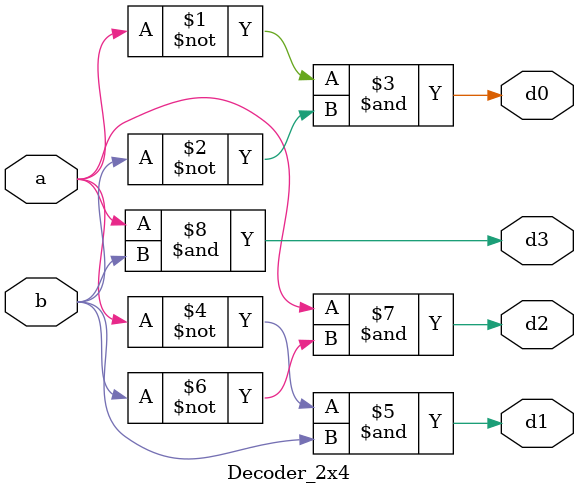
<source format=v>

module Decoder_2x4(
    input a,b,
	output d0,d1,d2,d3);
and(d0, ~a, ~b);
and(d1, ~a, b);
and(d2, a, ~b);
and(d3, a, b);
endmodule

</source>
